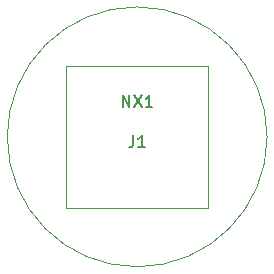
<source format=gbr>
%TF.GenerationSoftware,KiCad,Pcbnew,7.0.0*%
%TF.CreationDate,2023-02-15T18:07:56+08:00*%
%TF.ProjectId,IN12,494e3132-2e6b-4696-9361-645f70636258,rev?*%
%TF.SameCoordinates,Original*%
%TF.FileFunction,Legend,Top*%
%TF.FilePolarity,Positive*%
%FSLAX46Y46*%
G04 Gerber Fmt 4.6, Leading zero omitted, Abs format (unit mm)*
G04 Created by KiCad (PCBNEW 7.0.0) date 2023-02-15 18:07:56*
%MOMM*%
%LPD*%
G01*
G04 APERTURE LIST*
%ADD10C,0.150000*%
%ADD11C,0.120000*%
G04 APERTURE END LIST*
D10*
%TO.C,J1*%
X146986666Y-99363380D02*
X146986666Y-100077666D01*
X146986666Y-100077666D02*
X146939047Y-100220523D01*
X146939047Y-100220523D02*
X146843809Y-100315761D01*
X146843809Y-100315761D02*
X146700952Y-100363380D01*
X146700952Y-100363380D02*
X146605714Y-100363380D01*
X147986666Y-100363380D02*
X147415238Y-100363380D01*
X147700952Y-100363380D02*
X147700952Y-99363380D01*
X147700952Y-99363380D02*
X147605714Y-99506238D01*
X147605714Y-99506238D02*
X147510476Y-99601476D01*
X147510476Y-99601476D02*
X147415238Y-99649095D01*
%TO.C,NX1*%
X146081905Y-96993180D02*
X146081905Y-95993180D01*
X146081905Y-95993180D02*
X146653333Y-96993180D01*
X146653333Y-96993180D02*
X146653333Y-95993180D01*
X147034286Y-95993180D02*
X147700952Y-96993180D01*
X147700952Y-95993180D02*
X147034286Y-96993180D01*
X148605714Y-96993180D02*
X148034286Y-96993180D01*
X148320000Y-96993180D02*
X148320000Y-95993180D01*
X148320000Y-95993180D02*
X148224762Y-96136038D01*
X148224762Y-96136038D02*
X148129524Y-96231276D01*
X148129524Y-96231276D02*
X148034286Y-96278895D01*
D11*
%TO.C,J1*%
X141320000Y-105496000D02*
X141320000Y-93496000D01*
X141320000Y-105496000D02*
X153320000Y-105496000D01*
X153320000Y-93496000D02*
X141320000Y-93496000D01*
X153320000Y-105496000D02*
X153320000Y-93496000D01*
%TO.C,NX1*%
X158320000Y-99496000D02*
G75*
G03*
X158320000Y-99496000I-11000000J0D01*
G01*
%TD*%
M02*

</source>
